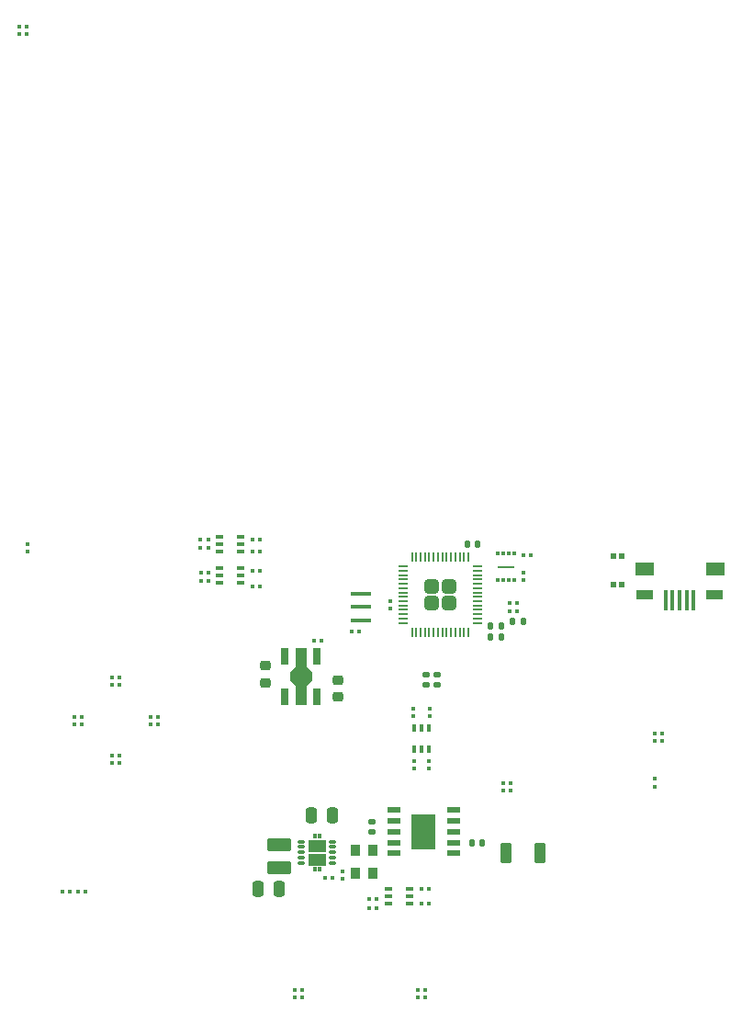
<source format=gbr>
%TF.GenerationSoftware,KiCad,Pcbnew,7.0.6*%
%TF.CreationDate,2024-04-04T16:42:56-07:00*%
%TF.ProjectId,retroglowplus_gbc,72657472-6f67-46c6-9f77-706c75735f67,rev?*%
%TF.SameCoordinates,Original*%
%TF.FileFunction,Paste,Top*%
%TF.FilePolarity,Positive*%
%FSLAX46Y46*%
G04 Gerber Fmt 4.6, Leading zero omitted, Abs format (unit mm)*
G04 Created by KiCad (PCBNEW 7.0.6) date 2024-04-04 16:42:56*
%MOMM*%
%LPD*%
G01*
G04 APERTURE LIST*
G04 Aperture macros list*
%AMRoundRect*
0 Rectangle with rounded corners*
0 $1 Rounding radius*
0 $2 $3 $4 $5 $6 $7 $8 $9 X,Y pos of 4 corners*
0 Add a 4 corners polygon primitive as box body*
4,1,4,$2,$3,$4,$5,$6,$7,$8,$9,$2,$3,0*
0 Add four circle primitives for the rounded corners*
1,1,$1+$1,$2,$3*
1,1,$1+$1,$4,$5*
1,1,$1+$1,$6,$7*
1,1,$1+$1,$8,$9*
0 Add four rect primitives between the rounded corners*
20,1,$1+$1,$2,$3,$4,$5,0*
20,1,$1+$1,$4,$5,$6,$7,0*
20,1,$1+$1,$6,$7,$8,$9,0*
20,1,$1+$1,$8,$9,$2,$3,0*%
%AMFreePoly0*
4,1,13,0.900000,0.500000,2.600000,0.500000,2.600000,-0.500000,0.900000,-0.500000,0.400000,-1.000000,-0.400000,-1.000000,-0.900000,-0.500000,-2.600000,-0.500000,-2.600000,0.500000,-0.900000,0.500000,-0.400000,1.000000,0.400000,1.000000,0.900000,0.500000,0.900000,0.500000,$1*%
G04 Aperture macros list end*
%ADD10C,0.010000*%
%ADD11RoundRect,0.140000X-0.170000X0.140000X-0.170000X-0.140000X0.170000X-0.140000X0.170000X0.140000X0*%
%ADD12RoundRect,0.140000X0.140000X0.170000X-0.140000X0.170000X-0.140000X-0.170000X0.140000X-0.170000X0*%
%ADD13RoundRect,0.079500X0.079500X0.100500X-0.079500X0.100500X-0.079500X-0.100500X0.079500X-0.100500X0*%
%ADD14RoundRect,0.079500X-0.079500X-0.100500X0.079500X-0.100500X0.079500X0.100500X-0.079500X0.100500X0*%
%ADD15RoundRect,0.140000X-0.140000X-0.170000X0.140000X-0.170000X0.140000X0.170000X-0.140000X0.170000X0*%
%ADD16R,0.650000X0.400000*%
%ADD17R,1.300000X0.600000*%
%ADD18R,2.300000X3.200000*%
%ADD19R,0.400000X1.850000*%
%ADD20R,1.625000X0.900000*%
%ADD21R,1.690000X1.300000*%
%ADD22RoundRect,0.079500X0.100500X-0.079500X0.100500X0.079500X-0.100500X0.079500X-0.100500X-0.079500X0*%
%ADD23RoundRect,0.250000X-0.275000X-0.700000X0.275000X-0.700000X0.275000X0.700000X-0.275000X0.700000X0*%
%ADD24RoundRect,0.079500X-0.100500X0.079500X-0.100500X-0.079500X0.100500X-0.079500X0.100500X0.079500X0*%
%ADD25R,0.300000X0.400000*%
%ADD26R,1.600000X0.200000*%
%ADD27RoundRect,0.007200X-0.292800X-0.112800X0.292800X-0.112800X0.292800X0.112800X-0.292800X0.112800X0*%
%ADD28R,0.370000X0.370000*%
%ADD29R,1.900000X0.400000*%
%ADD30RoundRect,0.250000X-0.250000X-0.475000X0.250000X-0.475000X0.250000X0.475000X-0.250000X0.475000X0*%
%ADD31RoundRect,0.250000X0.250000X0.475000X-0.250000X0.475000X-0.250000X-0.475000X0.250000X-0.475000X0*%
%ADD32RoundRect,0.225000X0.250000X-0.225000X0.250000X0.225000X-0.250000X0.225000X-0.250000X-0.225000X0*%
%ADD33R,0.700000X1.500000*%
%ADD34FreePoly0,270.000000*%
%ADD35RoundRect,0.225000X-0.250000X0.225000X-0.250000X-0.225000X0.250000X-0.225000X0.250000X0.225000X0*%
%ADD36R,0.400000X0.650000*%
%ADD37R,0.500000X0.550000*%
%ADD38R,0.900000X1.000000*%
%ADD39RoundRect,0.249999X-0.395001X0.395001X-0.395001X-0.395001X0.395001X-0.395001X0.395001X0.395001X0*%
%ADD40RoundRect,0.050000X-0.050000X0.387500X-0.050000X-0.387500X0.050000X-0.387500X0.050000X0.387500X0*%
%ADD41RoundRect,0.050000X-0.387500X0.050000X-0.387500X-0.050000X0.387500X-0.050000X0.387500X0.050000X0*%
%ADD42RoundRect,0.250000X0.850000X-0.375000X0.850000X0.375000X-0.850000X0.375000X-0.850000X-0.375000X0*%
G04 APERTURE END LIST*
%TO.C,U5*%
D10*
X237271800Y-139379400D02*
X235771800Y-139379400D01*
X235771800Y-138319400D01*
X237271800Y-138319400D01*
X237271800Y-139379400D01*
G36*
X237271800Y-139379400D02*
G01*
X235771800Y-139379400D01*
X235771800Y-138319400D01*
X237271800Y-138319400D01*
X237271800Y-139379400D01*
G37*
X237271800Y-140639400D02*
X235771800Y-140639400D01*
X235771800Y-139579400D01*
X237271800Y-139579400D01*
X237271800Y-140639400D01*
G36*
X237271800Y-140639400D02*
G01*
X235771800Y-140639400D01*
X235771800Y-139579400D01*
X237271800Y-139579400D01*
X237271800Y-140639400D01*
G37*
X236396800Y-138119400D02*
X236146800Y-138119400D01*
X236146800Y-137779400D01*
X236396800Y-137779400D01*
X236396800Y-138119400D01*
G36*
X236396800Y-138119400D02*
G01*
X236146800Y-138119400D01*
X236146800Y-137779400D01*
X236396800Y-137779400D01*
X236396800Y-138119400D01*
G37*
X236396800Y-141179400D02*
X236146800Y-141179400D01*
X236146800Y-140839400D01*
X236396800Y-140839400D01*
X236396800Y-141179400D01*
G36*
X236396800Y-141179400D02*
G01*
X236146800Y-141179400D01*
X236146800Y-140839400D01*
X236396800Y-140839400D01*
X236396800Y-141179400D01*
G37*
X236896800Y-138119400D02*
X236646800Y-138119400D01*
X236646800Y-137779400D01*
X236896800Y-137779400D01*
X236896800Y-138119400D01*
G36*
X236896800Y-138119400D02*
G01*
X236646800Y-138119400D01*
X236646800Y-137779400D01*
X236896800Y-137779400D01*
X236896800Y-138119400D01*
G37*
X236896800Y-141179400D02*
X236646800Y-141179400D01*
X236646800Y-140839400D01*
X236896800Y-140839400D01*
X236896800Y-141179400D01*
G36*
X236896800Y-141179400D02*
G01*
X236646800Y-141179400D01*
X236646800Y-140839400D01*
X236896800Y-140839400D01*
X236896800Y-141179400D01*
G37*
%TD*%
D11*
%TO.C,C5*%
X246634400Y-123095000D03*
X246634400Y-124055000D03*
%TD*%
D12*
%TO.C,C6*%
X253505000Y-119600000D03*
X252545000Y-119600000D03*
%TD*%
D13*
%TO.C,R16*%
X246860800Y-142862600D03*
X246170800Y-142862600D03*
%TD*%
D14*
%TO.C,R25*%
X213035000Y-143050000D03*
X213725000Y-143050000D03*
%TD*%
D15*
%TO.C,C10*%
X250802200Y-138582400D03*
X251762200Y-138582400D03*
%TD*%
D13*
%TO.C,R12*%
X231245000Y-110690000D03*
X230555000Y-110690000D03*
%TD*%
D16*
%TO.C,Q3*%
X229484000Y-114604800D03*
X229484000Y-113954800D03*
X229484000Y-113304800D03*
X227584000Y-113304800D03*
X227584000Y-113954800D03*
X227584000Y-114604800D03*
%TD*%
D14*
%TO.C,R22*%
X225815000Y-113680000D03*
X226505000Y-113680000D03*
%TD*%
D17*
%TO.C,U3*%
X243604600Y-135566400D03*
X243604600Y-136566400D03*
X243604600Y-137566400D03*
X243604600Y-138566400D03*
X243604600Y-139566400D03*
X249104600Y-139566400D03*
X249104600Y-138566400D03*
X249104600Y-137566400D03*
X249104600Y-136566400D03*
X249104600Y-135566400D03*
D18*
X246354600Y-137566400D03*
%TD*%
D14*
%TO.C,R23*%
X241375000Y-144570000D03*
X242065000Y-144570000D03*
%TD*%
D19*
%TO.C,J1*%
X271276600Y-116208100D03*
X270626600Y-116208100D03*
X269976600Y-116208100D03*
X269326600Y-116208100D03*
X268676600Y-116208100D03*
D20*
X273189100Y-115733100D03*
X266764100Y-115733100D03*
D21*
X273246600Y-113373100D03*
X266706600Y-113373100D03*
%TD*%
D22*
%TO.C,C2*%
X255531800Y-114392500D03*
X255531800Y-113702500D03*
%TD*%
%TO.C,R17*%
X246873000Y-131774800D03*
X246873000Y-131084800D03*
%TD*%
D12*
%TO.C,C7*%
X251355000Y-111074200D03*
X250395000Y-111074200D03*
%TD*%
D14*
%TO.C,R21*%
X225815000Y-114450000D03*
X226505000Y-114450000D03*
%TD*%
%TO.C,R8*%
X237263800Y-141833600D03*
X237953800Y-141833600D03*
%TD*%
%TO.C,R19*%
X225805000Y-111430000D03*
X226495000Y-111430000D03*
%TD*%
D22*
%TO.C,R18*%
X245476000Y-131774800D03*
X245476000Y-131084800D03*
%TD*%
D11*
%TO.C,C8*%
X241615000Y-136622600D03*
X241615000Y-137582600D03*
%TD*%
D23*
%TO.C,AE1*%
X253959200Y-139566400D03*
X257109200Y-139566400D03*
%TD*%
D13*
%TO.C,R2*%
X255021200Y-116505500D03*
X254331200Y-116505500D03*
%TD*%
D24*
%TO.C,R1*%
X243275000Y-116350000D03*
X243275000Y-117040000D03*
%TD*%
D22*
%TO.C,R7*%
X267675000Y-133395000D03*
X267675000Y-132705000D03*
%TD*%
D25*
%TO.C,U1*%
X254728400Y-111964700D03*
X254228400Y-111964700D03*
X253728400Y-111964700D03*
X253228400Y-111964700D03*
X253228400Y-114364700D03*
X253728400Y-114364700D03*
X254228400Y-114364700D03*
X254728400Y-114364700D03*
D26*
X253978400Y-113164700D03*
%TD*%
D27*
%TO.C,U5*%
X235121800Y-138479400D03*
X235121800Y-138979400D03*
X235121800Y-139479400D03*
X235121800Y-139979400D03*
X235121800Y-140479400D03*
X237921800Y-140479400D03*
X237921800Y-139979400D03*
X237921800Y-139479400D03*
X237921800Y-138979400D03*
X237921800Y-138479400D03*
%TD*%
D28*
%TO.C,L5*%
X245873800Y-152846500D03*
X246543800Y-152846500D03*
X246543800Y-152176500D03*
X245873800Y-152176500D03*
%TD*%
D29*
%TO.C,Y1*%
X240600000Y-115680000D03*
X240600000Y-116880000D03*
X240600000Y-118080000D03*
%TD*%
D16*
%TO.C,Q4*%
X245054200Y-144170400D03*
X245054200Y-143520400D03*
X245054200Y-142870400D03*
X243154200Y-142870400D03*
X243154200Y-143520400D03*
X243154200Y-144170400D03*
%TD*%
%TO.C,Q2*%
X229484000Y-111734600D03*
X229484000Y-111084600D03*
X229484000Y-110434600D03*
X227584000Y-110434600D03*
X227584000Y-111084600D03*
X227584000Y-111734600D03*
%TD*%
D12*
%TO.C,C1*%
X255530000Y-118175000D03*
X254570000Y-118175000D03*
%TD*%
D30*
%TO.C,C12*%
X231121600Y-142832200D03*
X233021600Y-142832200D03*
%TD*%
D28*
%TO.C,L9*%
X209126400Y-64053000D03*
X209796400Y-64053000D03*
X209796400Y-63383000D03*
X209126400Y-63383000D03*
%TD*%
D22*
%TO.C,R27*%
X209850000Y-111735000D03*
X209850000Y-111045000D03*
%TD*%
D28*
%TO.C,L1*%
X267682600Y-129232000D03*
X268352600Y-129232000D03*
X268352600Y-128562000D03*
X267682600Y-128562000D03*
%TD*%
D31*
%TO.C,C14*%
X237923800Y-136050400D03*
X236023800Y-136050400D03*
%TD*%
D28*
%TO.C,L6*%
X221187500Y-127639000D03*
X221857500Y-127639000D03*
X221857500Y-126969000D03*
X221187500Y-126969000D03*
%TD*%
D32*
%TO.C,C9*%
X238510000Y-125135000D03*
X238510000Y-123585000D03*
%TD*%
D11*
%TO.C,C4*%
X247625000Y-123095000D03*
X247625000Y-124055000D03*
%TD*%
D14*
%TO.C,R20*%
X225805000Y-110660000D03*
X226495000Y-110660000D03*
%TD*%
D33*
%TO.C,U4*%
X236560000Y-121450000D03*
D34*
X235060000Y-123300000D03*
D33*
X233560000Y-121450000D03*
X233560000Y-125150000D03*
X236560000Y-125150000D03*
%TD*%
D24*
%TO.C,C13*%
X238912400Y-141234600D03*
X238912400Y-141924600D03*
%TD*%
D35*
%TO.C,C11*%
X231740000Y-122295000D03*
X231740000Y-123845000D03*
%TD*%
D24*
%TO.C,R9*%
X246923800Y-126233400D03*
X246923800Y-126923400D03*
%TD*%
D13*
%TO.C,R3*%
X255021200Y-117292900D03*
X254331200Y-117292900D03*
%TD*%
D28*
%TO.C,L4*%
X217662500Y-124051500D03*
X218332500Y-124051500D03*
X218332500Y-123381500D03*
X217662500Y-123381500D03*
%TD*%
D36*
%TO.C,Q1*%
X246837200Y-128041400D03*
X246187200Y-128041400D03*
X245537200Y-128041400D03*
X245537200Y-129941400D03*
X246187200Y-129941400D03*
X246837200Y-129941400D03*
%TD*%
D14*
%TO.C,R5*%
X239715000Y-119140000D03*
X240405000Y-119140000D03*
%TD*%
%TO.C,R24*%
X241369800Y-143796600D03*
X242059800Y-143796600D03*
%TD*%
D28*
%TO.C,L3*%
X253690000Y-133734600D03*
X254360000Y-133734600D03*
X254360000Y-133064600D03*
X253690000Y-133064600D03*
%TD*%
%TO.C,L8*%
X217662500Y-131226500D03*
X218332500Y-131226500D03*
X218332500Y-130556500D03*
X217662500Y-130556500D03*
%TD*%
D13*
%TO.C,R13*%
X231281800Y-115011200D03*
X230591800Y-115011200D03*
%TD*%
D28*
%TO.C,L7*%
X234473800Y-152846500D03*
X235143800Y-152846500D03*
X235143800Y-152176500D03*
X234473800Y-152176500D03*
%TD*%
D15*
%TO.C,C3*%
X252545000Y-118584000D03*
X253505000Y-118584000D03*
%TD*%
D37*
%TO.C,SW1*%
X263836200Y-114812200D03*
X264636200Y-114812200D03*
X263836200Y-112162200D03*
X264636200Y-112162200D03*
%TD*%
D14*
%TO.C,R26*%
X214503000Y-143050000D03*
X215193000Y-143050000D03*
%TD*%
D13*
%TO.C,R14*%
X231275000Y-113570000D03*
X230585000Y-113570000D03*
%TD*%
D38*
%TO.C,Y2*%
X241668600Y-141427200D03*
X241668600Y-139277200D03*
X240118600Y-139277200D03*
X240118600Y-141427200D03*
%TD*%
D24*
%TO.C,R10*%
X245450600Y-126258800D03*
X245450600Y-126948800D03*
%TD*%
D39*
%TO.C,U2*%
X248691200Y-114935000D03*
X247091200Y-114935000D03*
X248691200Y-116535000D03*
X247091200Y-116535000D03*
D40*
X250491200Y-112297500D03*
X250091200Y-112297500D03*
X249691200Y-112297500D03*
X249291200Y-112297500D03*
X248891200Y-112297500D03*
X248491200Y-112297500D03*
X248091200Y-112297500D03*
X247691200Y-112297500D03*
X247291200Y-112297500D03*
X246891200Y-112297500D03*
X246491200Y-112297500D03*
X246091200Y-112297500D03*
X245691200Y-112297500D03*
X245291200Y-112297500D03*
D41*
X244453700Y-113135000D03*
X244453700Y-113535000D03*
X244453700Y-113935000D03*
X244453700Y-114335000D03*
X244453700Y-114735000D03*
X244453700Y-115135000D03*
X244453700Y-115535000D03*
X244453700Y-115935000D03*
X244453700Y-116335000D03*
X244453700Y-116735000D03*
X244453700Y-117135000D03*
X244453700Y-117535000D03*
X244453700Y-117935000D03*
X244453700Y-118335000D03*
D40*
X245291200Y-119172500D03*
X245691200Y-119172500D03*
X246091200Y-119172500D03*
X246491200Y-119172500D03*
X246891200Y-119172500D03*
X247291200Y-119172500D03*
X247691200Y-119172500D03*
X248091200Y-119172500D03*
X248491200Y-119172500D03*
X248891200Y-119172500D03*
X249291200Y-119172500D03*
X249691200Y-119172500D03*
X250091200Y-119172500D03*
X250491200Y-119172500D03*
D41*
X251328700Y-118335000D03*
X251328700Y-117935000D03*
X251328700Y-117535000D03*
X251328700Y-117135000D03*
X251328700Y-116735000D03*
X251328700Y-116335000D03*
X251328700Y-115935000D03*
X251328700Y-115535000D03*
X251328700Y-115135000D03*
X251328700Y-114735000D03*
X251328700Y-114335000D03*
X251328700Y-113935000D03*
X251328700Y-113535000D03*
X251328700Y-113135000D03*
%TD*%
D13*
%TO.C,R4*%
X256232400Y-112066300D03*
X255542400Y-112066300D03*
%TD*%
D28*
%TO.C,L2*%
X214137500Y-127639000D03*
X214807500Y-127639000D03*
X214807500Y-126969000D03*
X214137500Y-126969000D03*
%TD*%
D13*
%TO.C,R6*%
X236965000Y-119990000D03*
X236275000Y-119990000D03*
%TD*%
%TO.C,R15*%
X246860800Y-144183400D03*
X246170800Y-144183400D03*
%TD*%
%TO.C,R11*%
X231245000Y-111800000D03*
X230555000Y-111800000D03*
%TD*%
D42*
%TO.C,I1*%
X233019600Y-140876600D03*
X233019600Y-138726600D03*
%TD*%
M02*

</source>
